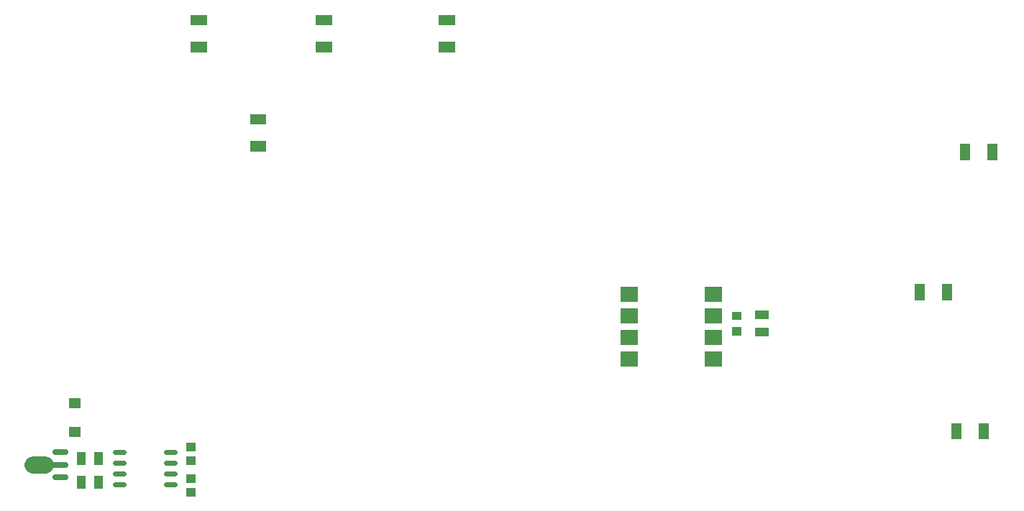
<source format=gbp>
G04 Layer: BottomPasteMaskLayer*
G04 EasyEDA v6.4.20.6, 2021-08-20T18:50:31+10:00*
G04 da2b955f28294749bdafdb94d24a6b32,8629367194b24dd88a5c18b2f13758b0,10*
G04 Gerber Generator version 0.2*
G04 Scale: 100 percent, Rotated: No, Reflected: No *
G04 Dimensions in millimeters *
G04 leading zeros omitted , absolute positions ,4 integer and 5 decimal *
%FSLAX45Y45*%
%MOMM*%

%ADD17C,0.7000*%
%ADD18C,0.6000*%
%ADD19C,2.0000*%

%LPD*%
D19*
X-12857256Y-5765800D02*
G01*
X-13007256Y-5765800D01*
D17*
X-12622227Y-5765800D02*
G01*
X-12762227Y-5765800D01*
X-12622321Y-5915913D02*
G01*
X-12742321Y-5915913D01*
X-12622321Y-5615686D02*
G01*
X-12742321Y-5615686D01*
D18*
X-11439690Y-5613400D02*
G01*
X-11339690Y-5613400D01*
X-11439690Y-5740400D02*
G01*
X-11339690Y-5740400D01*
X-11439690Y-5867400D02*
G01*
X-11339690Y-5867400D01*
X-11439690Y-5994400D02*
G01*
X-11339690Y-5994400D01*
X-12039688Y-5613400D02*
G01*
X-11939689Y-5613400D01*
X-12039688Y-5740400D02*
G01*
X-11939689Y-5740400D01*
X-12039688Y-5867400D02*
G01*
X-11939689Y-5867400D01*
X-12039688Y-5994400D02*
G01*
X-11939689Y-5994400D01*
G36*
X-4502792Y-3952100D02*
G01*
X-4502792Y-4052100D01*
X-4347791Y-4052100D01*
X-4347791Y-3952100D01*
G37*
G36*
X-4502792Y-4152099D02*
G01*
X-4502792Y-4252099D01*
X-4347791Y-4252099D01*
X-4347791Y-4152099D01*
G37*
G36*
X-4772393Y-3962102D02*
G01*
X-4772393Y-4062102D01*
X-4662390Y-4062102D01*
X-4662390Y-3962102D01*
G37*
G36*
X-4772393Y-4142112D02*
G01*
X-4772393Y-4242112D01*
X-4662390Y-4242112D01*
X-4662390Y-4142112D01*
G37*
G36*
X-5097045Y-4431200D02*
G01*
X-5097045Y-4611199D01*
X-4897046Y-4611199D01*
X-4897046Y-4431200D01*
G37*
G36*
X-5097045Y-4177200D02*
G01*
X-5097045Y-4357199D01*
X-4897046Y-4357199D01*
X-4897046Y-4177200D01*
G37*
G36*
X-5097045Y-3923200D02*
G01*
X-5097045Y-4103199D01*
X-4897046Y-4103199D01*
X-4897046Y-3923200D01*
G37*
G36*
X-5097045Y-3669200D02*
G01*
X-5097045Y-3849199D01*
X-4897046Y-3849199D01*
X-4897046Y-3669200D01*
G37*
G36*
X-5887138Y-3849199D02*
G01*
X-5887138Y-3669200D01*
X-6087137Y-3669200D01*
X-6087137Y-3849199D01*
G37*
G36*
X-5887138Y-4103199D02*
G01*
X-5887138Y-3923200D01*
X-6087137Y-3923200D01*
X-6087137Y-4103199D01*
G37*
G36*
X-5887138Y-4357199D02*
G01*
X-5887138Y-4177200D01*
X-6087137Y-4177200D01*
X-6087137Y-4357199D01*
G37*
G36*
X-5887138Y-4611199D02*
G01*
X-5887138Y-4431200D01*
X-6087137Y-4431200D01*
X-6087137Y-4611199D01*
G37*
G36*
X-2092591Y-2177801D02*
G01*
X-1972591Y-2177801D01*
X-1972591Y-1987798D01*
X-2092591Y-1987798D01*
G37*
G36*
X-1772577Y-2177801D02*
G01*
X-1652577Y-2177801D01*
X-1652577Y-1987798D01*
X-1772577Y-1987798D01*
G37*
G36*
X-2305977Y-3828801D02*
G01*
X-2185977Y-3828801D01*
X-2185977Y-3638798D01*
X-2305977Y-3638798D01*
G37*
G36*
X-2625991Y-3828801D02*
G01*
X-2505991Y-3828801D01*
X-2505991Y-3638798D01*
X-2625991Y-3638798D01*
G37*
G36*
X-2194191Y-5467101D02*
G01*
X-2074191Y-5467101D01*
X-2074191Y-5277098D01*
X-2194191Y-5277098D01*
G37*
G36*
X-1874177Y-5467101D02*
G01*
X-1754177Y-5467101D01*
X-1754177Y-5277098D01*
X-1874177Y-5277098D01*
G37*
G36*
X-10261191Y-2074199D02*
G01*
X-10261191Y-1954199D01*
X-10451193Y-1954199D01*
X-10451193Y-2074199D01*
G37*
G36*
X-10261191Y-1754184D02*
G01*
X-10261191Y-1634185D01*
X-10451193Y-1634185D01*
X-10451193Y-1754184D01*
G37*
G36*
X-8038691Y-905799D02*
G01*
X-8038691Y-785799D01*
X-8228693Y-785799D01*
X-8228693Y-905799D01*
G37*
G36*
X-8038691Y-585784D02*
G01*
X-8038691Y-465785D01*
X-8228693Y-465785D01*
X-8228693Y-585784D01*
G37*
G36*
X-9486491Y-905799D02*
G01*
X-9486491Y-785799D01*
X-9676493Y-785799D01*
X-9676493Y-905799D01*
G37*
G36*
X-9486491Y-585784D02*
G01*
X-9486491Y-465785D01*
X-9676493Y-465785D01*
X-9676493Y-585784D01*
G37*
G36*
X-10959691Y-905799D02*
G01*
X-10959691Y-785799D01*
X-11149693Y-785799D01*
X-11149693Y-905799D01*
G37*
G36*
X-10959691Y-585784D02*
G01*
X-10959691Y-465785D01*
X-11149693Y-465785D01*
X-11149693Y-585784D01*
G37*
G36*
X-11088590Y-5977092D02*
G01*
X-11088590Y-5877092D01*
X-11198593Y-5877092D01*
X-11198593Y-5977092D01*
G37*
G36*
X-11088590Y-6137092D02*
G01*
X-11088590Y-6037092D01*
X-11198593Y-6037092D01*
X-11198593Y-6137092D01*
G37*
G36*
X-11088590Y-5608792D02*
G01*
X-11088590Y-5508792D01*
X-11198593Y-5508792D01*
X-11198593Y-5608792D01*
G37*
G36*
X-11088590Y-5768792D02*
G01*
X-11088590Y-5668792D01*
X-11198593Y-5668792D01*
X-11198593Y-5768792D01*
G37*
G36*
X-12585192Y-4977000D02*
G01*
X-12585192Y-5097000D01*
X-12445192Y-5097000D01*
X-12445192Y-4977000D01*
G37*
G36*
X-12585192Y-5316999D02*
G01*
X-12585192Y-5436999D01*
X-12445192Y-5436999D01*
X-12445192Y-5316999D01*
G37*
G36*
X-12287392Y-6046500D02*
G01*
X-12187392Y-6046500D01*
X-12187392Y-5891499D01*
X-12287392Y-5891499D01*
G37*
G36*
X-12487391Y-6046500D02*
G01*
X-12387392Y-6046500D01*
X-12387392Y-5891499D01*
X-12487391Y-5891499D01*
G37*
G36*
X-12287392Y-5767100D02*
G01*
X-12187392Y-5767100D01*
X-12187392Y-5612099D01*
X-12287392Y-5612099D01*
G37*
G36*
X-12487391Y-5767100D02*
G01*
X-12387392Y-5767100D01*
X-12387392Y-5612099D01*
X-12487391Y-5612099D01*
G37*
M02*

</source>
